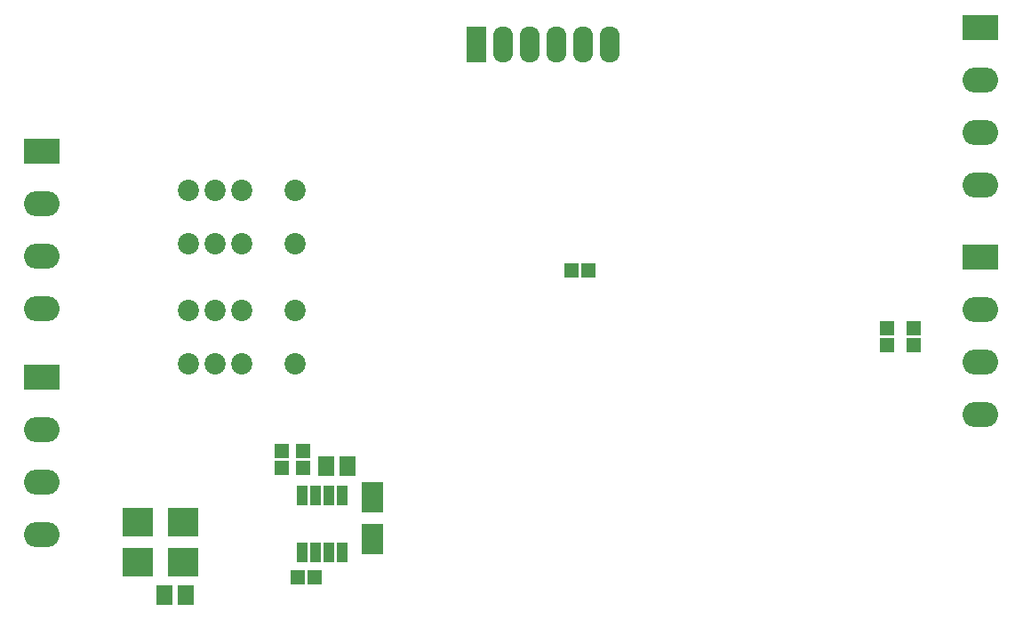
<source format=gbs>
G04 #@! TF.FileFunction,Soldermask,Bot*
%FSLAX46Y46*%
G04 Gerber Fmt 4.6, Leading zero omitted, Abs format (unit mm)*
G04 Created by KiCad (PCBNEW 4.0.7) date 12/16/17 16:03:18*
%MOMM*%
%LPD*%
G01*
G04 APERTURE LIST*
%ADD10C,0.100000*%
%ADD11R,1.400000X1.350000*%
%ADD12R,2.100000X2.900000*%
%ADD13R,2.900000X2.700000*%
%ADD14R,3.400000X2.400000*%
%ADD15O,3.400000X2.400000*%
%ADD16R,1.350000X1.400000*%
%ADD17R,1.550000X1.850000*%
%ADD18C,2.025000*%
%ADD19R,1.000000X1.950000*%
%ADD20R,1.924000X3.448000*%
%ADD21O,1.924000X3.448000*%
G04 APERTURE END LIST*
D10*
D11*
X85975000Y-130800000D03*
X87625000Y-130800000D03*
X59881000Y-160020000D03*
X61531000Y-160020000D03*
D12*
X67056000Y-156432000D03*
X67056000Y-152432000D03*
D13*
X48980000Y-154800000D03*
X44680000Y-154800000D03*
X44680000Y-158610000D03*
X48980000Y-158610000D03*
D14*
X124968000Y-129540000D03*
D15*
X124968000Y-134540000D03*
X124968000Y-139540000D03*
X124968000Y-144540000D03*
D14*
X35560000Y-119460000D03*
D15*
X35560000Y-124460000D03*
X35560000Y-129460000D03*
X35560000Y-134460000D03*
D14*
X124968000Y-107696000D03*
D15*
X124968000Y-112696000D03*
X124968000Y-117696000D03*
X124968000Y-122696000D03*
D14*
X35560000Y-140970000D03*
D15*
X35560000Y-145970000D03*
X35560000Y-150970000D03*
X35560000Y-155970000D03*
D16*
X118618000Y-137985000D03*
X118618000Y-136335000D03*
X116078000Y-137985000D03*
X116078000Y-136335000D03*
X60452000Y-149669000D03*
X60452000Y-148019000D03*
X58420000Y-149669000D03*
X58420000Y-148019000D03*
D17*
X49252000Y-161785000D03*
X47202000Y-161785000D03*
D18*
X59690000Y-123190000D03*
X54610000Y-123190000D03*
X52070000Y-123190000D03*
X49530000Y-123190000D03*
X49530000Y-128270000D03*
X52070000Y-128270000D03*
X54610000Y-128270000D03*
X59690000Y-128270000D03*
X59690000Y-134620000D03*
X54610000Y-134620000D03*
X52070000Y-134620000D03*
X49530000Y-134620000D03*
X49530000Y-139700000D03*
X52070000Y-139700000D03*
X54610000Y-139700000D03*
X59690000Y-139700000D03*
D19*
X64135000Y-157640000D03*
X62865000Y-157640000D03*
X61595000Y-157640000D03*
X60325000Y-157640000D03*
X60325000Y-152240000D03*
X61595000Y-152240000D03*
X62865000Y-152240000D03*
X64135000Y-152240000D03*
D17*
X64652000Y-149479000D03*
X62602000Y-149479000D03*
D20*
X76962000Y-109347000D03*
D21*
X79502000Y-109347000D03*
X82042000Y-109347000D03*
X84582000Y-109347000D03*
X87122000Y-109347000D03*
X89662000Y-109347000D03*
M02*

</source>
